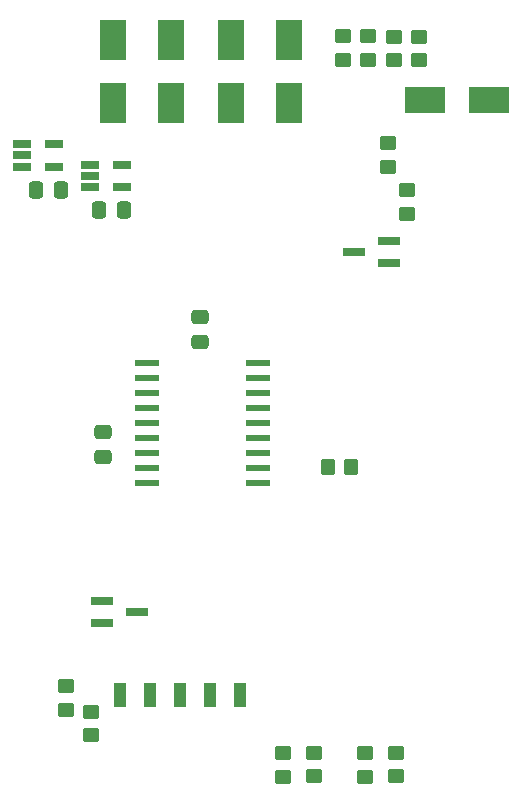
<source format=gbp>
%TF.GenerationSoftware,KiCad,Pcbnew,(6.0.5)*%
%TF.CreationDate,2023-02-27T22:37:21-05:00*%
%TF.ProjectId,relay_board,72656c61-795f-4626-9f61-72642e6b6963,rev?*%
%TF.SameCoordinates,Original*%
%TF.FileFunction,Paste,Bot*%
%TF.FilePolarity,Positive*%
%FSLAX46Y46*%
G04 Gerber Fmt 4.6, Leading zero omitted, Abs format (unit mm)*
G04 Created by KiCad (PCBNEW (6.0.5)) date 2023-02-27 22:37:21*
%MOMM*%
%LPD*%
G01*
G04 APERTURE LIST*
G04 Aperture macros list*
%AMRoundRect*
0 Rectangle with rounded corners*
0 $1 Rounding radius*
0 $2 $3 $4 $5 $6 $7 $8 $9 X,Y pos of 4 corners*
0 Add a 4 corners polygon primitive as box body*
4,1,4,$2,$3,$4,$5,$6,$7,$8,$9,$2,$3,0*
0 Add four circle primitives for the rounded corners*
1,1,$1+$1,$2,$3*
1,1,$1+$1,$4,$5*
1,1,$1+$1,$6,$7*
1,1,$1+$1,$8,$9*
0 Add four rect primitives between the rounded corners*
20,1,$1+$1,$2,$3,$4,$5,0*
20,1,$1+$1,$4,$5,$6,$7,0*
20,1,$1+$1,$6,$7,$8,$9,0*
20,1,$1+$1,$8,$9,$2,$3,0*%
G04 Aperture macros list end*
%ADD10RoundRect,0.250000X0.475000X-0.337500X0.475000X0.337500X-0.475000X0.337500X-0.475000X-0.337500X0*%
%ADD11RoundRect,0.250000X-0.337500X-0.475000X0.337500X-0.475000X0.337500X0.475000X-0.337500X0.475000X0*%
%ADD12R,3.500000X2.300000*%
%ADD13R,1.000000X2.000000*%
%ADD14RoundRect,0.250000X0.450000X-0.350000X0.450000X0.350000X-0.450000X0.350000X-0.450000X-0.350000X0*%
%ADD15RoundRect,0.250000X-0.450000X0.350000X-0.450000X-0.350000X0.450000X-0.350000X0.450000X0.350000X0*%
%ADD16RoundRect,0.250000X0.350000X0.450000X-0.350000X0.450000X-0.350000X-0.450000X0.350000X-0.450000X0*%
%ADD17R,2.000000X0.600000*%
%ADD18R,1.560000X0.650000*%
%ADD19R,1.900000X0.800000*%
%ADD20R,2.300000X3.500000*%
G04 APERTURE END LIST*
D10*
X147828000Y-102582800D03*
X147828000Y-100507800D03*
D11*
X139268200Y-91465400D03*
X141343200Y-91465400D03*
X133963500Y-89763600D03*
X136038500Y-89763600D03*
D12*
X172288200Y-82118200D03*
X166888200Y-82118200D03*
D13*
X141000000Y-132500000D03*
X143540000Y-132500000D03*
X146080000Y-132500000D03*
X148620000Y-132500000D03*
X151160000Y-132500000D03*
D14*
X154838400Y-139430000D03*
X154838400Y-137430000D03*
X157454600Y-139404600D03*
X157454600Y-137404600D03*
X161772600Y-139414000D03*
X161772600Y-137414000D03*
X164388800Y-139388600D03*
X164388800Y-137388600D03*
D15*
X163703000Y-85801200D03*
X163703000Y-87801200D03*
X138557000Y-133934200D03*
X138557000Y-135934200D03*
X162077400Y-76749400D03*
X162077400Y-78749400D03*
X159943800Y-76733400D03*
X159943800Y-78733400D03*
X164211000Y-76758800D03*
X164211000Y-78758800D03*
X166319200Y-76758800D03*
X166319200Y-78758800D03*
X165328600Y-89789000D03*
X165328600Y-91789000D03*
D14*
X136448800Y-133781800D03*
X136448800Y-131781800D03*
D16*
X160623000Y-113182400D03*
X158623000Y-113182400D03*
D17*
X152700000Y-104420000D03*
X152700000Y-105690000D03*
X152700000Y-106960000D03*
X152700000Y-108230000D03*
X152700000Y-109500000D03*
X152700000Y-110770000D03*
X152700000Y-112040000D03*
X152700000Y-113310000D03*
X152700000Y-114580000D03*
X143300000Y-114580000D03*
X143300000Y-113310000D03*
X143300000Y-112040000D03*
X143300000Y-110770000D03*
X143300000Y-109500000D03*
X143300000Y-108230000D03*
X143300000Y-106960000D03*
X143300000Y-105690000D03*
X143300000Y-104420000D03*
D18*
X132715000Y-87767200D03*
X132715000Y-86817200D03*
X132715000Y-85867200D03*
X135415000Y-85867200D03*
X135415000Y-87767200D03*
X138502400Y-89494400D03*
X138502400Y-88544400D03*
X138502400Y-87594400D03*
X141202400Y-87594400D03*
X141202400Y-89494400D03*
D19*
X163855400Y-94056200D03*
X163855400Y-95956200D03*
X160855400Y-95006200D03*
X139500000Y-126450000D03*
X139500000Y-124550000D03*
X142500000Y-125500000D03*
D20*
X155346400Y-77012800D03*
X155346400Y-82412800D03*
X150418800Y-77012800D03*
X150418800Y-82412800D03*
X145389600Y-77012800D03*
X145389600Y-82412800D03*
X140411200Y-77012800D03*
X140411200Y-82412800D03*
D10*
X139598400Y-112336400D03*
X139598400Y-110261400D03*
M02*

</source>
